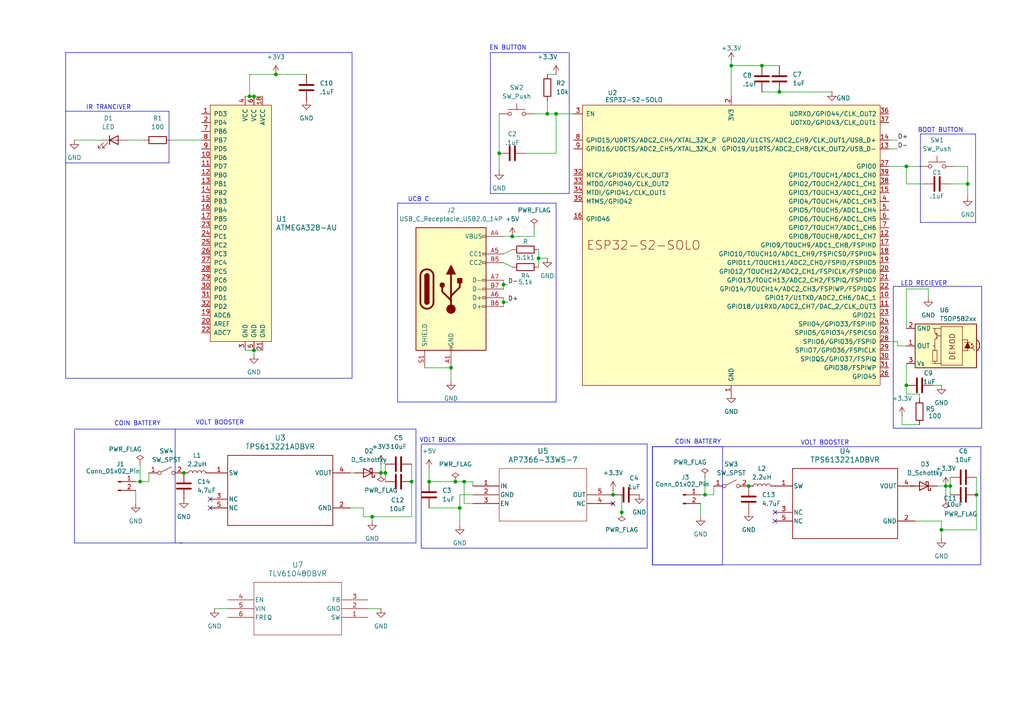
<source format=kicad_sch>
(kicad_sch (version 20231120) (generator "eeschema") (generator_version "8.0")
  (paper "A4")
  (lib_symbols
    (symbol "2024-10-19_05-20-17:TPS613221ADBVR" (pin_names (offset 0.254))
      (property "Reference" "U" (at 0 2.54 0))
      (property "Value" "TPS613221ADBVR" (at 0 0 0))
      (symbol "TPS613221ADBVR_0_1"
        (polyline (pts (xy -15.24 -10.16) (xy 15.24 -10.16)) (stroke (width 0.2032)))
        (polyline (pts (xy -15.24 10.16) (xy -15.24 -10.16)) (stroke (width 0.2032)))
        (polyline (pts (xy 15.24 -10.16) (xy 15.24 10.16)) (stroke (width 0.2032)))
        (polyline (pts (xy 15.24 10.16) (xy -15.24 10.16)) (stroke (width 0.2032)))
        (pin power_in line (at -20.32 5.08 0) (length 5.08) (name "SW") (number "1"))
        (pin power_in line (at 20.32 -5.08 180) (length 5.08) (name "GND") (number "2"))
        (pin unspecified line (at -20.32 -2.54 0) (length 5.08) (name "NC") (number "3"))
        (pin power_in line (at 20.32 5.08 180) (length 5.08) (name "VOUT") (number "4"))
        (pin unspecified line (at -20.32 -5.08 0) (length 5.08) (name "NC") (number "5"))
      )
    )
    (symbol "2024-11-02_21-57-25:TLV61048DBVR" (pin_names (offset 0.254))
      (property "Reference" "U" (at 20.32 10.16 0))
      (property "Value" "TLV61048DBVR" (at 20.32 7.62 0))
      (symbol "TLV61048DBVR_0_1"
        (polyline (pts (xy 7.62 -10.16) (xy 33.02 -10.16)) (stroke (width 0.127)))
        (polyline (pts (xy 7.62 5.08) (xy 7.62 -10.16)) (stroke (width 0.127)))
        (polyline (pts (xy 33.02 -10.16) (xy 33.02 5.08)) (stroke (width 0.127)))
        (polyline (pts (xy 33.02 5.08) (xy 7.62 5.08)) (stroke (width 0.127)))
        (pin power_in line (at 0 0 0) (length 7.62) (name "SW") (number "1"))
        (pin power_out line (at 0 -2.54 0) (length 7.62) (name "GND") (number "2"))
        (pin input line (at 0 -5.08 0) (length 7.62) (name "FB") (number "3"))
        (pin input line (at 40.64 -5.08 180) (length 7.62) (name "EN") (number "4"))
        (pin power_in line (at 40.64 -2.54 180) (length 7.62) (name "VIN") (number "5"))
        (pin input line (at 40.64 0 180) (length 7.62) (name "FREQ") (number "6"))
      )
    )
    (symbol "AP7366-33W5-7:AP7366-33W5-7" (pin_names (offset 0.254))
      (property "Reference" "U" (at 20.32 10.16 0))
      (property "Value" "AP7366-33W5-7" (at 20.32 7.62 0))
      (symbol "AP7366-33W5-7_0_1"
        (polyline (pts (xy 7.62 -10.16) (xy 33.02 -10.16)) (stroke (width 0.127)))
        (polyline (pts (xy 7.62 5.08) (xy 7.62 -10.16)) (stroke (width 0.127)))
        (polyline (pts (xy 33.02 -10.16) (xy 33.02 5.08)) (stroke (width 0.127)))
        (polyline (pts (xy 33.02 5.08) (xy 7.62 5.08)) (stroke (width 0.127)))
        (pin input line (at 0 0 0) (length 7.62) (name "IN") (number "1"))
        (pin power_out line (at 0 -2.54 0) (length 7.62) (name "GND") (number "2"))
        (pin input line (at 0 -5.08 0) (length 7.62) (name "EN") (number "3"))
        (pin no_connect line (at 40.64 -5.08 180) (length 7.62) (name "NC") (number "4"))
        (pin output line (at 40.64 -2.54 180) (length 7.62) (name "OUT") (number "5"))
      )
    )
    (symbol "Connector:Conn_01x02_Pin" (pin_names (offset 1.016) hide)
      (property "Reference" "J" (at 0 2.54 0))
      (property "Value" "Conn_01x02_Pin" (at 0 -5.08 0))
      (symbol "Conn_01x02_Pin_1_1"
        (polyline (pts (xy 1.27 -2.54) (xy 0.8636 -2.54)) (stroke (width 0.1524)))
        (polyline (pts (xy 1.27 0) (xy 0.8636 0)) (stroke (width 0.1524)))
        (rectangle (start 0.8636 -2.413) (end 0 -2.667) (stroke (width 0.1524)) (fill (type outline)))
        (rectangle (start 0.8636 0.127) (end 0 -0.127) (stroke (width 0.1524)) (fill (type outline)))
        (pin passive line (at 5.08 0 180) (length 3.81) (name "Pin_1") (number "1"))
        (pin passive line (at 5.08 -2.54 180) (length 3.81) (name "Pin_2") (number "2"))
      )
    )
    (symbol "Connector:USB_C_Receptacle_USB2.0_14P" (pin_names (offset 1.016))
      (property "Reference" "J" (at 0 22.225 0))
      (property "Value" "USB_C_Receptacle_USB2.0_14P" (at 0 19.685 0))
      (symbol "USB_C_Receptacle_USB2.0_14P_0_0"
        (rectangle (start -0.254 -17.78) (end 0.254 -16.764))
        (rectangle (start 10.16 -4.826) (end 9.144 -5.334))
        (rectangle (start 10.16 -2.286) (end 9.144 -2.794))
        (rectangle (start 10.16 0.254) (end 9.144 -0.254))
        (rectangle (start 10.16 2.794) (end 9.144 2.286))
        (rectangle (start 10.16 7.874) (end 9.144 7.366))
        (rectangle (start 10.16 10.414) (end 9.144 9.906))
        (rectangle (start 10.16 15.494) (end 9.144 14.986))
      )
      (symbol "USB_C_Receptacle_USB2.0_14P_0_1"
        (rectangle (start -10.16 17.78) (end 10.16 -17.78) (stroke (width 0.254)) (fill (type background)))
        (arc (start -8.89 -3.81) (mid -6.985 -5.7067) (end -5.08 -3.81) (stroke (width 0.508)))
        (arc (start -7.62 -3.81) (mid -6.985 -4.4423) (end -6.35 -3.81) (stroke (width 0.254)))
        (arc (start -7.62 -3.81) (mid -6.985 -4.4423) (end -6.35 -3.81) (stroke (width 0.254)) (fill (type outline)))
        (rectangle (start -7.62 -3.81) (end -6.35 3.81) (stroke (width 0.254)) (fill (type outline)))
        (arc (start -6.35 3.81) (mid -6.985 4.4423) (end -7.62 3.81) (stroke (width 0.254)))
        (arc (start -6.35 3.81) (mid -6.985 4.4423) (end -7.62 3.81) (stroke (width 0.254)) (fill (type outline)))
        (arc (start -5.08 3.81) (mid -6.985 5.7067) (end -8.89 3.81) (stroke (width 0.508)))
        (circle (center -2.54 1.143) (radius 0.635) (stroke (width 0.254)) (fill (type outline)))
        (circle (center 0 -5.842) (radius 1.27) (fill (type outline)))
        (polyline (pts (xy -8.89 -3.81) (xy -8.89 3.81)) (stroke (width 0.508)))
        (polyline (pts (xy -5.08 3.81) (xy -5.08 -3.81)) (stroke (width 0.508)))
        (polyline (pts (xy 0 -5.842) (xy 0 4.318)) (stroke (width 0.508)))
        (polyline (pts (xy 0 -3.302) (xy -2.54 -0.762) (xy -2.54 0.508)) (stroke (width 0.508)))
        (polyline (pts (xy 0 -2.032) (xy 2.54 0.508) (xy 2.54 1.778)) (stroke (width 0.508)))
        (polyline (pts (xy -1.27 4.318) (xy 0 6.858) (xy 1.27 4.318) (xy -1.27 4.318)) (stroke (width 0.254)) (fill (type outline)))
        (rectangle (start 1.905 1.778) (end 3.175 3.048) (stroke (width 0.254)) (fill (type outline)))
      )
      (symbol "USB_C_Receptacle_USB2.0_14P_1_1"
        (pin passive line (at 0 -22.86 90) (length 5.08) (name "GND") (number "A1"))
        (pin passive line (at 0 -22.86 90) (length 5.08) hide (name "GND") (number "A12"))
        (pin passive line (at 15.24 15.24 180) (length 5.08) (name "VBUS") (number "A4"))
        (pin bidirectional line (at 15.24 10.16 180) (length 5.08) (name "CC1") (number "A5"))
        (pin bidirectional line (at 15.24 -2.54 180) (length 5.08) (name "D+") (number "A6"))
        (pin bidirectional line (at 15.24 2.54 180) (length 5.08) (name "D-") (number "A7"))
        (pin passive line (at 15.24 15.24 180) (length 5.08) hide (name "VBUS") (number "A9"))
        (pin passive line (at 0 -22.86 90) (length 5.08) hide (name "GND") (number "B1"))
        (pin passive line (at 0 -22.86 90) (length 5.08) hide (name "GND") (number "B12"))
        (pin passive line (at 15.24 15.24 180) (length 5.08) hide (name "VBUS") (number "B4"))
        (pin bidirectional line (at 15.24 7.62 180) (length 5.08) (name "CC2") (number "B5"))
        (pin bidirectional line (at 15.24 -5.08 180) (length 5.08) (name "D+") (number "B6"))
        (pin bidirectional line (at 15.24 0 180) (length 5.08) (name "D-") (number "B7"))
        (pin passive line (at 15.24 15.24 180) (length 5.08) hide (name "VBUS") (number "B9"))
        (pin passive line (at -7.62 -22.86 90) (length 5.08) (name "SHIELD") (number "S1"))
      )
    )
    (symbol "Device:C" (pin_numbers hide) (pin_names (offset 0.254))
      (property "Reference" "C" (at 0.635 2.54 0))
      (property "Value" "C" (at 0.635 -2.54 0))
      (symbol "C_0_1"
        (polyline (pts (xy -2.032 -0.762) (xy 2.032 -0.762)) (stroke (width 0.508)))
        (polyline (pts (xy -2.032 0.762) (xy 2.032 0.762)) (stroke (width 0.508)))
      )
      (symbol "C_1_1"
        (pin passive line (at 0 3.81 270) (length 2.794) (name "~") (number "1"))
        (pin passive line (at 0 -3.81 90) (length 2.794) (name "~") (number "2"))
      )
    )
    (symbol "Device:D_Schottky" (pin_numbers hide) (pin_names (offset 1.016) hide)
      (property "Reference" "D" (at 0 2.54 0))
      (property "Value" "D_Schottky" (at 0 -2.54 0))
      (symbol "D_Schottky_0_1"
        (polyline (pts (xy 1.27 0) (xy -1.27 0)))
        (polyline (pts (xy 1.27 1.27) (xy 1.27 -1.27) (xy -1.27 0) (xy 1.27 1.27)) (stroke (width 0.254)))
        (polyline (pts (xy -1.905 0.635) (xy -1.905 1.27) (xy -1.27 1.27) (xy -1.27 -1.27) (xy -0.635 -1.27) (xy -0.635 -0.635)) (stroke (width 0.254)))
      )
      (symbol "D_Schottky_1_1"
        (pin passive line (at -3.81 0 0) (length 2.54) (name "K") (number "1"))
        (pin passive line (at 3.81 0 180) (length 2.54) (name "A") (number "2"))
      )
    )
    (symbol "Device:L" (pin_numbers hide) (pin_names (offset 1.016) hide)
      (property "Reference" "L" (at -1.27 0 90))
      (property "Value" "L" (at 1.905 0 90))
      (symbol "L_0_1"
        (arc (start 0 -2.54) (mid 0.6323 -1.905) (end 0 -1.27))
        (arc (start 0 -1.27) (mid 0.6323 -0.635) (end 0 0))
        (arc (start 0 0) (mid 0.6323 0.635) (end 0 1.27))
        (arc (start 0 1.27) (mid 0.6323 1.905) (end 0 2.54))
      )
      (symbol "L_1_1"
        (pin passive line (at 0 3.81 270) (length 1.27) (name "1") (number "1"))
        (pin passive line (at 0 -3.81 90) (length 1.27) (name "2") (number "2"))
      )
    )
    (symbol "Device:LED" (pin_numbers hide) (pin_names (offset 1.016) hide)
      (property "Reference" "D" (at 0 2.54 0))
      (property "Value" "LED" (at 0 -2.54 0))
      (symbol "LED_0_1"
        (polyline (pts (xy -1.27 -1.27) (xy -1.27 1.27)) (stroke (width 0.254)))
        (polyline (pts (xy -1.27 0) (xy 1.27 0)))
        (polyline (pts (xy 1.27 -1.27) (xy 1.27 1.27) (xy -1.27 0) (xy 1.27 -1.27)) (stroke (width 0.254)))
        (polyline (pts (xy -3.048 -0.762) (xy -4.572 -2.286) (xy -3.81 -2.286) (xy -4.572 -2.286) (xy -4.572 -1.524)))
        (polyline (pts (xy -1.778 -0.762) (xy -3.302 -2.286) (xy -2.54 -2.286) (xy -3.302 -2.286) (xy -3.302 -1.524)))
      )
      (symbol "LED_1_1"
        (pin passive line (at -3.81 0 0) (length 2.54) (name "K") (number "1"))
        (pin passive line (at 3.81 0 180) (length 2.54) (name "A") (number "2"))
      )
    )
    (symbol "Device:R" (pin_numbers hide) (pin_names (offset 0))
      (property "Reference" "R" (at 2.032 0 90))
      (property "Value" "R" (at 0 0 90))
      (symbol "R_0_1"
        (rectangle (start -1.016 -2.54) (end 1.016 2.54) (stroke (width 0.254)))
      )
      (symbol "R_1_1"
        (pin passive line (at 0 3.81 270) (length 1.27) (name "~") (number "1"))
        (pin passive line (at 0 -3.81 90) (length 1.27) (name "~") (number "2"))
      )
    )
    (symbol "Espressif:ESP32-S2-SOLO" (pin_names (offset 1.016))
      (property "Reference" "U" (at -43.18 45.72 0))
      (property "Value" "ESP32-S2-SOLO" (at -43.18 43.18 0))
      (symbol "ESP32-S2-SOLO_0_1"
        (rectangle (start -43.18 40.64) (end 43.18 -40.64) (fill (type background)))
      )
      (symbol "ESP32-S2-SOLO_1_1"
        (text "ESP32-S2-SOLO" (at -25.4 0 0) (effects (font (size 2.54 2.54))))
        (pin power_in line (at 0 -43.18 90) (length 2.54) (name "GND") (number "1"))
        (pin bidirectional line (at 45.72 -15.24 180) (length 2.54) (name "GPIO17/U1TXD/ADC2_CH6/DAC_1") (number "10"))
        (pin bidirectional line (at 45.72 -17.78 180) (length 2.54) (name "GPIO18/U1RXD/ADC2_CH7/DAC_2/CLK_OUT3") (number "11"))
        (pin bidirectional line (at 45.72 2.54 180) (length 2.54) (name "GPIO8/TOUCH8/ADC1_CH7") (number "12"))
        (pin bidirectional line (at 45.72 27.94 180) (length 2.54) (name "GPIO19/U1RTS/ADC2_CH8/CLK_OUT2/USB_D-") (number "13"))
        (pin bidirectional line (at 45.72 30.48 180) (length 2.54) (name "GPIO20/U1CTS/ADC2_CH9/CLK_OUT1/USB_D+") (number "14"))
        (pin bidirectional line (at 45.72 15.24 180) (length 2.54) (name "GPIO3/TOUCH3/ADC1_CH2") (number "15"))
        (pin input line (at -45.72 7.62 0) (length 2.54) (name "GPIO46") (number "16"))
        (pin bidirectional line (at 45.72 0 180) (length 2.54) (name "GPIO9/TOUCH9/ADC1_CH8/FSPIHD") (number "17"))
        (pin bidirectional line (at 45.72 -2.54 180) (length 2.54) (name "GPIO10/TOUCH10/ADC1_CH9/FSPICS0/FSPIIO4") (number "18"))
        (pin bidirectional line (at 45.72 -5.08 180) (length 2.54) (name "GPIO11/TOUCH11/ADC2_CH0/FSPID/FSPIIO5") (number "19"))
        (pin power_in line (at 0 43.18 270) (length 2.54) (name "3V3") (number "2"))
        (pin bidirectional line (at 45.72 -7.62 180) (length 2.54) (name "GPIO12/TOUCH12/ADC2_CH1/FSPICLK/FSPIIO6") (number "20"))
        (pin bidirectional line (at 45.72 -10.16 180) (length 2.54) (name "GPIO13/TOUCH13/ADC2_CH2/FSPIQ/FSPIIO7") (number "21"))
        (pin bidirectional line (at 45.72 -12.7 180) (length 2.54) (name "GPIO14/TOUCH14/ADC2_CH3/FSPIWP/FSPIDQS") (number "22"))
        (pin bidirectional line (at 45.72 -20.32 180) (length 2.54) (name "GPIO21") (number "23"))
        (pin bidirectional line (at 45.72 -22.86 180) (length 2.54) (name "SPIIO4/GPIO33/FSPIHD") (number "24"))
        (pin bidirectional line (at 45.72 -25.4 180) (length 2.54) (name "SPIIO5/GPIO34/FSPICS0") (number "25"))
        (pin bidirectional line (at 45.72 -38.1 180) (length 2.54) (name "GPIO45") (number "26"))
        (pin bidirectional line (at 45.72 22.86 180) (length 2.54) (name "GPIO0") (number "27"))
        (pin bidirectional line (at 45.72 -27.94 180) (length 2.54) (name "SPIIO6/GPIO35/FSPID") (number "28"))
        (pin bidirectional line (at 45.72 -30.48 180) (length 2.54) (name "SPIIO7/GPIO36/FSPICLK") (number "29"))
        (pin bidirectional line (at -45.72 38.1 0) (length 2.54) (name "EN") (number "3"))
        (pin bidirectional line (at 45.72 -33.02 180) (length 2.54) (name "SPIDQS/GPIO37/FSPIQ") (number "30"))
        (pin bidirectional line (at 45.72 -35.56 180) (length 2.54) (name "GPIO38/FSPIWP") (number "31"))
        (pin bidirectional line (at -45.72 20.32 0) (length 2.54) (name "MTCK/GPIO39/CLK_OUT3") (number "32"))
        (pin bidirectional line (at -45.72 17.78 0) (length 2.54) (name "MTDO/GPIO40/CLK_OUT2") (number "33"))
        (pin bidirectional line (at -45.72 15.24 0) (length 2.54) (name "MTDI/GPIO41/CLK_OUT1") (number "34"))
        (pin bidirectional line (at -45.72 12.7 0) (length 2.54) (name "MTMS/GPIO42") (number "35"))
        (pin bidirectional line (at 45.72 38.1 180) (length 2.54) (name "U0RXD/GPIO44/CLK_OUT2") (number "36"))
        (pin bidirectional line (at 45.72 35.56 180) (length 2.54) (name "U0TXD/GPIO43/CLK_OUT1") (number "37"))
        (pin bidirectional line (at 45.72 17.78 180) (length 2.54) (name "GPIO2/TOUCH2/ADC1_CH1") (number "38"))
        (pin bidirectional line (at 45.72 20.32 180) (length 2.54) (name "GPIO1/TOUCH1/ADC1_CH0") (number "39"))
        (pin bidirectional line (at 45.72 12.7 180) (length 2.54) (name "GPIO4/TOUCH4/ADC1_CH3") (number "4"))
        (pin passive line (at 0 -43.18 90) (length 2.54) hide (name "GND") (number "40"))
        (pin passive line (at 0 -43.18 90) (length 2.54) hide (name "GND") (number "41"))
        (pin bidirectional line (at 45.72 10.16 180) (length 2.54) (name "GPIO5/TOUCH5/ADC1_CH4") (number "5"))
        (pin bidirectional line (at 45.72 7.62 180) (length 2.54) (name "GPIO6/TOUCH6/ADC1_CH5") (number "6"))
        (pin bidirectional line (at 45.72 5.08 180) (length 2.54) (name "GPIO7/TOUCH7/ADC1_CH6") (number "7"))
        (pin bidirectional line (at -45.72 30.48 0) (length 2.54) (name "GPIO15/U0RTS/ADC2_CH4/XTAL_32K_P") (number "8"))
        (pin bidirectional line (at -45.72 27.94 0) (length 2.54) (name "GPIO16/U0CTS/ADC2_CH5/XTAL_32K_N") (number "9"))
      )
    )
    (symbol "Interface_Optical:TSOP582xx"
      (property "Reference" "U" (at -10.16 7.62 0))
      (property "Value" "TSOP582xx" (at -10.16 -7.62 0))
      (symbol "TSOP582xx_0_0"
        (arc (start -10.287 1.397) (mid -11.0899 -0.1852) (end -10.287 -1.778) (stroke (width 0.254)) (fill (type background)))
        (polyline (pts (xy 1.905 -5.08) (xy 0.127 -5.08)))
        (polyline (pts (xy 1.905 5.08) (xy 0.127 5.08)))
        (text "DEMOD" (at -3.175 0.254 900) (effects (font (size 1.524 1.524))))
      )
      (symbol "TSOP582xx_0_1"
        (rectangle (start -6.096 5.588) (end 0.127 -5.588))
        (polyline (pts (xy -8.763 0.381) (xy -9.652 1.27)))
        (polyline (pts (xy -8.763 0.381) (xy -9.271 0.381)))
        (polyline (pts (xy -8.763 0.381) (xy -8.763 0.889)))
        (polyline (pts (xy -8.636 -0.635) (xy -9.525 0.254)))
        (polyline (pts (xy -8.636 -0.635) (xy -9.144 -0.635)))
        (polyline (pts (xy -8.636 -0.635) (xy -8.636 -0.127)))
        (polyline (pts (xy -8.382 -1.016) (xy -6.731 -1.016)))
        (polyline (pts (xy 1.27 -2.921) (xy 0.127 -2.921)))
        (polyline (pts (xy 1.27 -1.905) (xy 1.27 -3.81)))
        (polyline (pts (xy 1.397 -3.556) (xy 1.524 -3.556)))
        (polyline (pts (xy 1.651 -3.556) (xy 1.524 -3.556)))
        (polyline (pts (xy 1.651 -3.556) (xy 1.651 -3.302)))
        (polyline (pts (xy 1.905 0) (xy 1.905 1.27)))
        (polyline (pts (xy 1.905 4.445) (xy 1.905 5.08) (xy 2.54 5.08)))
        (polyline (pts (xy -8.382 0.635) (xy -6.731 0.635) (xy -7.62 -1.016) (xy -8.382 0.635)) (fill (type outline)))
        (polyline (pts (xy -6.096 1.397) (xy -7.62 1.397) (xy -7.62 -1.778) (xy -6.096 -1.778)))
        (polyline (pts (xy 1.27 -3.175) (xy 1.905 -3.81) (xy 1.905 -5.08) (xy 2.54 -5.08)))
        (polyline (pts (xy 1.27 -2.54) (xy 1.905 -1.905) (xy 1.905 0) (xy 2.54 0)))
        (rectangle (start 2.54 1.27) (end 1.27 4.445))
        (rectangle (start 7.62 6.35) (end -10.16 -6.35) (stroke (width 0.254)) (fill (type background)))
      )
      (symbol "TSOP582xx_1_1"
        (pin output line (at 10.16 0 180) (length 2.54) (name "OUT") (number "1"))
        (pin power_in line (at 10.16 -5.08 180) (length 2.54) (name "GND") (number "2"))
        (pin power_in line (at 10.16 5.08 180) (length 2.54) (name "Vs") (number "3"))
      )
    )
    (symbol "Switch:SW_Push" (pin_numbers hide) (pin_names (offset 1.016) hide)
      (property "Reference" "SW" (at 1.27 2.54 0))
      (property "Value" "SW_Push" (at 0 -1.524 0))
      (symbol "SW_Push_0_1"
        (circle (center -2.032 0) (radius 0.508))
        (polyline (pts (xy 0 1.27) (xy 0 3.048)))
        (polyline (pts (xy 2.54 1.27) (xy -2.54 1.27)))
        (circle (center 2.032 0) (radius 0.508))
        (pin passive line (at -5.08 0 0) (length 2.54) (name "1") (number "1"))
        (pin passive line (at 5.08 0 180) (length 2.54) (name "2") (number "2"))
      )
    )
    (symbol "Switch:SW_SPST" (pin_names (offset 0) hide)
      (property "Reference" "SW" (at 0 3.175 0))
      (property "Value" "SW_SPST" (at 0 -2.54 0))
      (symbol "SW_SPST_0_0"
        (circle (center -2.032 0) (radius 0.508))
        (polyline (pts (xy -1.524 0.254) (xy 1.524 1.778)))
        (circle (center 2.032 0) (radius 0.508))
      )
      (symbol "SW_SPST_1_1"
        (pin passive line (at -5.08 0 0) (length 2.54) (name "A") (number "1"))
        (pin passive line (at 5.08 0 180) (length 2.54) (name "B") (number "2"))
      )
    )
    (symbol "dk_Embedded-Microcontrollers:ATMEGA328-AU" (pin_names (offset 1.016))
      (property "Reference" "U" (at -10.16 13.97 0))
      (property "Value" "ATMEGA328-AU" (at 2.54 -25.4 90))
      (symbol "ATMEGA328-AU_0_1"
        (rectangle (start -10.16 12.7) (end 7.62 -55.88) (fill (type background)))
      )
      (symbol "ATMEGA328-AU_1_1"
        (pin bidirectional line (at -12.7 10.16 0) (length 2.54) (name "PD3") (number "1"))
        (pin bidirectional line (at -12.7 -2.54 0) (length 2.54) (name "PD6") (number "10"))
        (pin bidirectional line (at -12.7 -5.08 0) (length 2.54) (name "PD7") (number "11"))
        (pin bidirectional line (at -12.7 -7.62 0) (length 2.54) (name "PB0") (number "12"))
        (pin bidirectional line (at -12.7 -10.16 0) (length 2.54) (name "PB1") (number "13"))
        (pin bidirectional line (at -12.7 -12.7 0) (length 2.54) (name "PB2") (number "14"))
        (pin bidirectional line (at -12.7 -15.24 0) (length 2.54) (name "PB3") (number "15"))
        (pin bidirectional line (at -12.7 -17.78 0) (length 2.54) (name "PB4") (number "16"))
        (pin bidirectional line (at -12.7 -20.32 0) (length 2.54) (name "PB5") (number "17"))
        (pin power_in line (at 5.08 15.24 270) (length 2.54) (name "AVCC") (number "18"))
        (pin bidirectional line (at -12.7 -48.26 0) (length 2.54) (name "ADC6") (number "19"))
        (pin bidirectional line (at -12.7 7.62 0) (length 2.54) (name "PD4") (number "2"))
        (pin input line (at -12.7 -50.8 0) (length 2.54) (name "AREF") (number "20"))
        (pin power_in line (at 5.08 -58.42 90) (length 2.54) (name "GND") (number "21"))
        (pin bidirectional line (at -12.7 -53.34 0) (length 2.54) (name "ADC7") (number "22"))
        (pin bidirectional line (at -12.7 -22.86 0) (length 2.54) (name "PC0") (number "23"))
        (pin bidirectional line (at -12.7 -25.4 0) (length 2.54) (name "PC1") (number "24"))
        (pin bidirectional line (at -12.7 -27.94 0) (length 2.54) (name "PC2") (number "25"))
        (pin input line (at -12.7 -30.48 0) (length 2.54) (name "PC3") (number "26"))
        (pin input line (at -12.7 -33.02 0) (length 2.54) (name "PC4") (number "27"))
        (pin input line (at -12.7 -35.56 0) (length 2.54) (name "PC5") (number "28"))
        (pin input line (at -12.7 -38.1 0) (length 2.54) (name "PC6") (number "29"))
        (pin power_in line (at 0 -58.42 90) (length 2.54) (name "GND") (number "3"))
        (pin input line (at -12.7 -40.64 0) (length 2.54) (name "PD0") (number "30"))
        (pin input line (at -12.7 -43.18 0) (length 2.54) (name "PD1") (number "31"))
        (pin input line (at -12.7 -45.72 0) (length 2.54) (name "PD2") (number "32"))
        (pin power_in line (at 0 15.24 270) (length 2.54) (name "VCC") (number "4"))
        (pin power_in line (at 2.54 -58.42 90) (length 2.54) (name "GND") (number "5"))
        (pin power_in line (at 2.54 15.24 270) (length 2.54) (name "VCC") (number "6"))
        (pin bidirectional line (at -12.7 5.08 0) (length 2.54) (name "PB6") (number "7"))
        (pin bidirectional line (at -12.7 2.54 0) (length 2.54) (name "PB7") (number "8"))
        (pin bidirectional line (at -12.7 0 0) (length 2.54) (name "PD5") (number "9"))
      )
    )
    (symbol "power:+3.3V" (power) (pin_numbers hide) (pin_names (offset 0) hide)
      (property "Value" "+3.3V" (at 0 3.556 0))
      (symbol "+3.3V_0_1"
        (polyline (pts (xy -0.762 1.27) (xy 0 2.54)))
        (polyline (pts (xy 0 0) (xy 0 2.54)))
        (polyline (pts (xy 0 2.54) (xy 0.762 1.27)))
      )
      (symbol "+3.3V_1_1"
        (pin power_in line (at 0 0 90) (length 0) (name "~") (number "1"))
      )
    )
    (symbol "power:+3V3" (power) (pin_numbers hide) (pin_names (offset 0) hide)
      (property "Value" "+3V3" (at 0 3.556 0))
      (symbol "+3V3_0_1"
        (polyline (pts (xy -0.762 1.27) (xy 0 2.54)))
        (polyline (pts (xy 0 0) (xy 0 2.54)))
        (polyline (pts (xy 0 2.54) (xy 0.762 1.27)))
      )
      (symbol "+3V3_1_1"
        (pin power_in line (at 0 0 90) (length 0) (name "~") (number "1"))
      )
    )
    (symbol "power:+5V" (power) (pin_numbers hide) (pin_names (offset 0) hide)
      (property "Value" "+5V" (at 0 3.556 0))
      (symbol "+5V_0_1"
        (polyline (pts (xy -0.762 1.27) (xy 0 2.54)))
        (polyline (pts (xy 0 0) (xy 0 2.54)))
        (polyline (pts (xy 0 2.54) (xy 0.762 1.27)))
      )
      (symbol "+5V_1_1"
        (pin power_in line (at 0 0 90) (length 0) (name "~") (number "1"))
      )
    )
    (symbol "power:GND" (power) (pin_numbers hide) (pin_names (offset 0) hide)
      (property "Value" "GND" (at 0 -3.81 0))
      (symbol "GND_0_1"
        (polyline (pts (xy 0 0) (xy 0 -1.27) (xy 1.27 -1.27) (xy 0 -2.54) (xy -1.27 -1.27) (xy 0 -1.27)))
      )
      (symbol "GND_1_1"
        (pin power_in line (at 0 0 270) (length 0) (name "~") (number "1"))
      )
    )
    (symbol "power:PWR_FLAG" (power) (pin_numbers hide) (pin_names (offset 0) hide)
      (property "Value" "PWR_FLAG" (at 0 3.81 0))
      (symbol "PWR_FLAG_0_0"
        (pin power_out line (at 0 0 90) (length 0) (name "~") (number "1"))
      )
      (symbol "PWR_FLAG_0_1"
        (polyline (pts (xy 0 0) (xy 0 1.27) (xy -1.016 1.905) (xy 0 2.54) (xy 1.016 1.905) (xy 0 1.27)))
      )
    )
  )
  (junction (at 226.06 26.67))
  (junction (at 273.05 153.67))
  (junction (at 177.8 143.51))
  (junction (at 180.34 148.59))
  (junction (at 132.08 139.7))
  (junction (at 124.46 139.7))
  (junction (at 130.81 106.68))
  (junction (at 204.47 143.51))
  (junction (at 107.95 149.86))
  (junction (at 110.49 137.16))
  (junction (at 212.09 19.05))
  (junction (at 73.66 27.94))
  (junction (at 40.64 139.7))
  (junction (at 111.76 137.16))
  (junction (at 283.21 143.51))
  (junction (at 73.66 101.6))
  (junction (at 134.62 139.7))
  (junction (at 274.32 140.97))
  (junction (at 275.59 140.97))
  (junction (at 119.38 139.7))
  (junction (at 146.05 87.63))
  (junction (at 262.89 48.26))
  (junction (at 217.17 140.97))
  (junction (at 280.67 53.34))
  (junction (at 144.78 44.45))
  (junction (at 148.59 68.58))
  (junction (at 53.34 137.16))
  (junction (at 158.75 33.02))
  (junction (at 262.89 111.76))
  (junction (at 133.35 147.32))
  (junction (at 161.29 33.02))
  (junction (at 72.39 27.94))
  (junction (at 80.01 21.59))
  (junction (at 220.98 19.05))
  (junction (at 156.21 74.93))
  (junction (at 146.05 82.55))
  (no_connect (at 224.79 148.59))
  (no_connect (at 177.8 146.05))
  (no_connect (at 60.96 147.32))
  (no_connect (at 60.96 144.78))
  (no_connect (at 224.79 151.13))
  (wire (pts (xy 146.05 68.58) (xy 148.59 68.58)))
  (wire (pts (xy 144.78 33.02) (xy 144.78 44.45)))
  (wire (pts (xy 105.41 147.32) (xy 105.41 149.86)))
  (wire (pts (xy 133.35 143.51) (xy 133.35 147.32)))
  (wire (pts (xy 39.37 139.7) (xy 40.64 139.7)))
  (wire (pts (xy 177.8 143.51) (xy 177.8 142.24)))
  (polyline (pts (xy 259.08 124.206) (xy 284.734 124.206)))
  (wire (pts (xy 73.66 27.94) (xy 76.2 27.94)))
  (wire (pts (xy 266.7 123.19) (xy 261.62 123.19)))
  (wire (pts (xy 274.32 140.97) (xy 274.32 144.78)))
  (wire (pts (xy 21.59 40.64) (xy 29.21 40.64)))
  (wire (pts (xy 72.39 27.94) (xy 72.39 21.59)))
  (wire (pts (xy 212.09 19.05) (xy 212.09 27.94)))
  (wire (pts (xy 180.34 149.86) (xy 180.34 148.59)))
  (wire (pts (xy 134.62 139.7) (xy 137.16 139.7)))
  (wire (pts (xy 154.94 68.58) (xy 154.94 66.04)))
  (wire (pts (xy 123.19 106.68) (xy 130.81 106.68)))
  (wire (pts (xy 270.51 111.76) (xy 273.05 111.76)))
  (polyline (pts (xy 164.846 15.24) (xy 142.24 15.24)))
  (wire (pts (xy 267.97 53.34) (xy 262.89 53.34)))
  (wire (pts (xy 220.98 26.67) (xy 226.06 26.67)))
  (wire (pts (xy 71.12 27.94) (xy 72.39 27.94)))
  (polyline (pts (xy 50.8 124.46) (xy 50.8 157.48)))
  (wire (pts (xy 271.78 140.97) (xy 274.32 140.97)))
  (wire (pts (xy 71.12 101.6) (xy 73.66 101.6)))
  (polyline (pts (xy 21.59 157.48) (xy 52.832 157.48)))
  (polyline (pts (xy 19.05 15.24) (xy 19.05 109.728)))
  (polyline (pts (xy 142.24 15.24) (xy 142.24 56.134)))
  (wire (pts (xy 119.38 149.86) (xy 107.95 149.86)))
  (wire (pts (xy 158.75 74.93) (xy 156.21 74.93)))
  (wire (pts (xy 180.34 148.59) (xy 180.34 143.51)))
  (wire (pts (xy 203.2 143.51) (xy 204.47 143.51)))
  (wire (pts (xy 207.01 143.51) (xy 207.01 140.97)))
  (polyline (pts (xy 259.08 83.058) (xy 284.734 83.058)))
  (wire (pts (xy 137.16 143.51) (xy 133.35 143.51)))
  (wire (pts (xy 105.41 149.86) (xy 107.95 149.86)))
  (wire (pts (xy 130.81 110.49) (xy 130.81 106.68)))
  (wire (pts (xy 260.35 99.06) (xy 257.81 99.06)))
  (polyline (pts (xy 19.05 109.728) (xy 102.108 109.728)))
  (wire (pts (xy 273.05 153.67) (xy 273.05 156.21)))
  (wire (pts (xy 161.29 44.45) (xy 161.29 33.02)))
  (wire (pts (xy 148.59 68.58) (xy 154.94 68.58)))
  (wire (pts (xy 154.94 33.02) (xy 158.75 33.02)))
  (polyline (pts (xy 284.734 83.058) (xy 284.734 124.206)))
  (wire (pts (xy 152.4 44.45) (xy 161.29 44.45)))
  (wire (pts (xy 262.89 53.34) (xy 262.89 48.26)))
  (polyline (pts (xy 142.24 56.134) (xy 165.1 56.134)))
  (wire (pts (xy 260.35 100.33) (xy 260.35 99.06)))
  (wire (pts (xy 76.2 101.6) (xy 73.66 101.6)))
  (wire (pts (xy 269.24 83.82) (xy 269.24 86.36)))
  (wire (pts (xy 257.81 48.26) (xy 262.89 48.26)))
  (polyline (pts (xy 187.706 159.004) (xy 122.174 159.004)))
  (wire (pts (xy 260.35 40.64) (xy 257.81 40.64)))
  (wire (pts (xy 283.21 138.43) (xy 283.21 143.51)))
  (wire (pts (xy 134.62 146.05) (xy 137.16 146.05)))
  (wire (pts (xy 101.6 137.16) (xy 102.87 137.16)))
  (wire (pts (xy 110.49 134.62) (xy 110.49 137.16)))
  (wire (pts (xy 146.05 76.2) (xy 148.59 77.47)))
  (wire (pts (xy 124.46 135.89) (xy 124.46 139.7)))
  (wire (pts (xy 275.59 140.97) (xy 274.32 140.97)))
  (wire (pts (xy 137.16 139.7) (xy 137.16 140.97)))
  (wire (pts (xy 107.95 149.86) (xy 107.95 151.13)))
  (wire (pts (xy 204.47 138.43) (xy 204.47 143.51)))
  (wire (pts (xy 266.7 114.3) (xy 266.7 115.57)))
  (wire (pts (xy 39.37 142.24) (xy 39.37 146.05)))
  (wire (pts (xy 283.21 153.67) (xy 273.05 153.67)))
  (wire (pts (xy 158.75 29.21) (xy 158.75 33.02)))
  (wire (pts (xy 226.06 19.05) (xy 220.98 19.05)))
  (wire (pts (xy 280.67 48.26) (xy 280.67 53.34)))
  (wire (pts (xy 105.41 147.32) (xy 101.6 147.32)))
  (polyline (pts (xy 266.954 38.862) (xy 282.956 38.862)))
  (wire (pts (xy 111.76 134.62) (xy 111.76 137.16)))
  (wire (pts (xy 132.08 139.7) (xy 134.62 139.7)))
  (wire (pts (xy 80.01 21.59) (xy 88.9 21.59)))
  (wire (pts (xy 158.75 33.02) (xy 161.29 33.02)))
  (wire (pts (xy 146.05 73.66) (xy 148.59 72.39)))
  (wire (pts (xy 212.09 17.78) (xy 212.09 19.05)))
  (wire (pts (xy 111.76 137.16) (xy 111.76 139.7)))
  (wire (pts (xy 36.83 40.64) (xy 41.91 40.64)))
  (polyline (pts (xy 259.08 124.206) (xy 259.08 83.058)))
  (polyline (pts (xy 21.59 124.46) (xy 50.8 124.46)))
  (wire (pts (xy 119.38 139.7) (xy 119.38 149.86)))
  (polyline (pts (xy 49.022 47.244) (xy 19.05 47.244)))
  (wire (pts (xy 161.29 33.02) (xy 166.37 33.02)))
  (polyline (pts (xy 21.59 124.714) (xy 21.59 157.48)))
  (polyline (pts (xy 102.108 15.24) (xy 102.108 109.728)))
  (wire (pts (xy 280.67 57.15) (xy 280.67 53.34)))
  (wire (pts (xy 262.89 114.3) (xy 262.89 111.76)))
  (polyline (pts (xy 120.65 157.48) (xy 120.65 124.46)))
  (polyline (pts (xy 266.954 64.516) (xy 282.956 64.516)))
  (wire (pts (xy 106.68 176.53) (xy 110.49 176.53)))
  (wire (pts (xy 62.23 176.53) (xy 66.04 176.53)))
  (wire (pts (xy 275.59 140.97) (xy 275.59 143.51)))
  (polyline (pts (xy 122.174 128.778) (xy 122.174 159.004)))
  (polyline (pts (xy 161.29 116.586) (xy 115.316 116.586)))
  (polyline (pts (xy 52.07 157.48) (xy 120.65 157.48)))
  (polyline (pts (xy 161.29 58.928) (xy 161.29 116.586)))
  (wire (pts (xy 262.89 48.26) (xy 266.7 48.26)))
  (wire (pts (xy 124.46 139.7) (xy 132.08 139.7)))
  (wire (pts (xy 266.7 114.3) (xy 262.89 114.3)))
  (wire (pts (xy 275.59 138.43) (xy 275.59 140.97)))
  (wire (pts (xy 241.3 26.67) (xy 226.06 26.67)))
  (wire (pts (xy 134.62 139.7) (xy 134.62 146.05)))
  (wire (pts (xy 220.98 19.05) (xy 212.09 19.05)))
  (polyline (pts (xy 266.954 38.862) (xy 266.954 64.516)))
  (wire (pts (xy 180.34 143.51) (xy 177.8 143.51)))
  (wire (pts (xy 158.75 21.59) (xy 161.29 21.59)))
  (wire (pts (xy 203.2 146.05) (xy 203.2 149.86)))
  (polyline (pts (xy 102.108 15.24) (xy 19.05 15.24)))
  (polyline (pts (xy 282.956 64.516) (xy 282.956 38.862)))
  (wire (pts (xy 273.05 151.13) (xy 273.05 153.67)))
  (wire (pts (xy 49.53 40.64) (xy 58.42 40.64)))
  (wire (pts (xy 262.89 83.82) (xy 269.24 83.82)))
  (wire (pts (xy 40.64 139.7) (xy 43.18 139.7)))
  (wire (pts (xy 133.35 147.32) (xy 133.35 152.4)))
  (wire (pts (xy 146.05 81.28) (xy 146.05 82.55)))
  (polyline (pts (xy 115.316 58.928) (xy 161.29 58.928)))
  (wire (pts (xy 124.46 147.32) (xy 133.35 147.32)))
  (polyline (pts (xy 187.706 128.778) (xy 187.706 159.004)))
  (wire (pts (xy 73.66 102.87) (xy 73.66 101.6)))
  (wire (pts (xy 146.05 87.63) (xy 146.05 88.9)))
  (wire (pts (xy 276.86 48.26) (xy 280.67 48.26)))
  (wire (pts (xy 204.47 143.51) (xy 207.01 143.51)))
  (wire (pts (xy 119.38 134.62) (xy 119.38 139.7)))
  (wire (pts (xy 275.59 53.34) (xy 280.67 53.34)))
  (wire (pts (xy 261.62 120.65) (xy 261.62 123.19)))
  (wire (pts (xy 283.21 143.51) (xy 283.21 153.67)))
  (polyline (pts (xy 19.05 32.258) (xy 49.022 32.258)))
  (wire (pts (xy 146.05 87.63) (xy 147.32 87.63)))
  (wire (pts (xy 156.21 72.39) (xy 156.21 74.93)))
  (wire (pts (xy 262.89 95.25) (xy 262.89 83.82)))
  (wire (pts (xy 273.05 151.13) (xy 265.43 151.13)))
  (wire (pts (xy 111.76 137.16) (xy 110.49 137.16)))
  (wire (pts (xy 262.89 100.33) (xy 260.35 100.33)))
  (polyline (pts (xy 115.316 116.586) (xy 115.316 58.928)))
  (wire (pts (xy 156.21 74.93) (xy 156.21 77.47)))
  (wire (pts (xy 144.78 44.45) (xy 144.78 49.53)))
  (wire (pts (xy 40.64 134.62) (xy 40.64 139.7)))
  (polyline (pts (xy 122.428 128.778) (xy 187.706 128.778)))
  (wire (pts (xy 43.18 139.7) (xy 43.18 137.16)))
  (wire (pts (xy 260.35 43.18) (xy 257.81 43.18)))
  (wire (pts (xy 264.16 140.97) (xy 265.43 140.97)))
  (wire (pts (xy 146.05 82.55) (xy 146.05 83.82)))
  (wire (pts (xy 262.89 105.41) (xy 262.89 111.76)))
  (wire (pts (xy 146.05 82.55) (xy 147.32 82.55)))
  (polyline (pts (xy 120.65 124.46) (xy 50.8 124.46)))
  (wire (pts (xy 72.39 27.94) (xy 73.66 27.94)))
  (wire (pts (xy 146.05 86.36) (xy 146.05 87.63)))
  (polyline (pts (xy 49.022 32.258) (xy 49.022 47.244)))
  (wire (pts (xy 72.39 21.59) (xy 80.01 21.59)))
  (polyline (pts (xy 165.1 15.24) (xy 165.1 56.134)))
  (rectangle (start 189.23 129.54) (end 209.55 163.83))
  (rectangle (start 189.23 129.54) (end 284.48 163.83))
  (text "COIN BATTERY\n" (at 202.438 128.27 0) (effects (font (size 1.27 1.27))))
  (text "BOOT BUTTON\n" (at 272.796 37.846 0) (effects (font (size 1.27 1.27))))
  (text "VOLT BOOSTER\n" (at 239.268 128.524 0) (effects (font (size 1.27 1.27))))
  (text "VOLT BUCK\n" (at 127 127.762 0) (effects (font (size 1.27 1.27))))
  (text "EN BUTTON\n" (at 147.32 13.97 0) (effects (font (size 1.27 1.27))))
  (text "IR TRANCIVER\n" (at 31.496 31.242 0) (effects (font (size 1.27 1.27))))
  (text "LED RECIEVER\n" (at 267.97 82.296 0) (effects (font (size 1.27 1.27))))
  (text "COIN BATTERY\n" (at 39.878 122.936 0) (effects (font (size 1.27 1.27))))
  (text "VOLT BOOSTER\n" (at 63.754 122.682 0) (effects (font (size 1.27 1.27))))
  (text "UCB C\n" (at 121.412 57.912 0) (effects (font (size 1.27 1.27))))
  (label "D-" (at 147.32 82.55 0))
  (label "D-" (at 260.35 43.18 0))
  (label "D+" (at 147.32 87.63 0))
  (label "D+" (at 260.35 40.64 0))
  (symbol (lib_id "power:+5V") (at 124.46 135.89 0) (unit 1)
    (property "Reference" "#PWR012" (effects (hide yes)))
    (property "Value" "+5V" (at 124.46 130.81 0))
    (property "Description" "Power symbol creates a global label with name \"+5V\"" (effects (hide yes)))
  )
  (symbol (lib_id "Device:C") (at 226.06 22.86 0) (unit 1)
    (property "Reference" "C7" (at 229.87 21.5899 0) (effects (justify left)))
    (property "Value" "1uF" (at 229.87 24.1299 0) (effects (justify left)))
    (property "Footprint" "Capacitor_SMD:C_0805_2012Metric" (effects (hide yes)))
    (property "Description" "Unpolarized capacitor" (effects (hide yes)))
  )
  (symbol (lib_id "Device:C") (at 124.46 143.51 0) (unit 1)
    (property "Reference" "C3" (at 128.27 142.2399 0) (effects (justify left)))
    (property "Value" "1uF" (at 128.27 144.7799 0) (effects (justify left)))
    (property "Footprint" "Capacitor_SMD:C_0805_2012Metric" (effects (hide yes)))
    (property "Description" "Unpolarized capacitor" (effects (hide yes)))
  )
  (symbol (lib_id "power:PWR_FLAG") (at 180.34 148.59 180) (unit 1)
    (property "Reference" "#FLG05" (effects (hide yes)))
    (property "Value" "PWR_FLAG" (at 180.34 153.67 0))
    (property "Description" "Special symbol for telling ERC where power comes from" (effects (hide yes)))
  )
  (symbol (lib_id "Device:L") (at 57.15 137.16 90) (unit 1)
    (property "Reference" "L1" (at 57.15 132.08 90))
    (property "Value" "2.2uH" (at 57.15 134.62 90))
    (property "Footprint" "Inductor_SMD:L_0805_2012Metric" (effects (hide yes)))
    (property "Description" "Inductor" (effects (hide yes)))
  )
  (symbol (lib_id "Device:D_Schottky") (at 106.68 137.16 180) (unit 1)
    (property "Reference" "D2" (at 106.9975 130.81 0))
    (property "Value" "D_Schottky" (at 106.9975 133.35 0))
    (property "Footprint" "Diode_SMD:D_3220_8050Metric" (effects (hide yes)))
    (property "Description" "Schottky diode" (effects (hide yes)))
  )
  (symbol (lib_id "power:GND") (at 88.9 29.21 0) (unit 1)
    (property "Reference" "#PWR025" (effects (hide yes)))
    (property "Value" "GND" (at 88.9 34.29 0))
    (property "Description" "Power symbol creates a global label with name \"GND\" , ground" (effects (hide yes)))
  )
  (symbol (lib_id "power:GND") (at 130.81 110.49 0) (unit 1)
    (property "Reference" "#PWR05" (effects (hide yes)))
    (property "Value" "GND" (at 130.81 115.57 0))
    (property "Description" "Power symbol creates a global label with name \"GND\" , ground" (effects (hide yes)))
  )
  (symbol (lib_id "Connector:Conn_01x02_Pin") (at 198.12 143.51 0) (unit 1)
    (property "Reference" "J3" (at 198.755 138.43 0))
    (property "Value" "Conn_01x02_Pin" (at 197.866 140.462 0))
    (property "Description" "Generic connector, single row, 01x02, script generated" (effects (hide yes)))
  )
  (symbol (lib_id "Interface_Optical:TSOP582xx") (at 273.05 100.33 180) (unit 1)
    (property "Reference" "U6" (at 272.542 89.916 0) (effects (justify right)))
    (property "Value" "TSOP582xx" (at 272.542 92.456 0) (effects (justify right)))
    (property "Footprint" "OptoDevice:Vishay_MINICAST-3Pin" (effects (hide yes)))
    (property "Datasheet" "http://www.vishay.com/docs/82461/tsop582.pdf" (effects (hide yes)))
    (property "Description" "Photo Modules for PCM Remote Control Systems" (effects (hide yes)))
  )
  (symbol (lib_id "power:+3.3V") (at 212.09 17.78 0) (unit 1)
    (property "Reference" "#PWR020" (effects (hide yes)))
    (property "Value" "+3.3V" (at 212.09 13.97 0))
    (property "Description" "Power symbol creates a global label with name \"+3.3V\"" (effects (hide yes)))
  )
  (symbol (lib_id "Switch:SW_SPST") (at 48.26 137.16 0) (unit 1)
    (property "Reference" "SW4" (at 48.26 130.81 0))
    (property "Value" "SW_SPST" (at 48.26 133.35 0))
    (property "Description" "Single Pole Single Throw (SPST) switch" (effects (hide yes)))
  )
  (symbol (lib_id "Device:C") (at 148.59 44.45 90) (unit 1)
    (property "Reference" "C2" (at 148.59 38.862 90))
    (property "Value" ".1uF" (at 148.59 41.402 90))
    (property "Footprint" "Capacitor_SMD:C_0805_2012Metric" (effects (hide yes)))
    (property "Description" "Unpolarized capacitor" (effects (hide yes)))
  )
  (symbol (lib_id "power:GND") (at 133.35 152.4 0) (unit 1)
    (property "Reference" "#PWR010" (effects (hide yes)))
    (property "Value" "GND" (at 133.35 157.48 0))
    (property "Description" "Power symbol creates a global label with name \"GND\" , ground" (effects (hide yes)))
  )
  (symbol (lib_id "power:+3.3V") (at 161.29 21.59 0) (unit 1)
    (property "Reference" "#PWR03" (effects (hide yes)))
    (property "Value" "+3.3V" (at 158.75 16.51 0))
    (property "Description" "Power symbol creates a global label with name \"+3.3V\"" (effects (hide yes)))
  )
  (symbol (lib_id "power:GND") (at 241.3 26.67 0) (unit 1)
    (property "Reference" "#PWR021" (effects (hide yes)))
    (property "Value" "GND" (at 244.602 28.448 0))
    (property "Description" "Power symbol creates a global label with name \"GND\" , ground" (effects (hide yes)))
  )
  (symbol (lib_id "Device:C") (at 115.57 139.7 90) (unit 1)
    (property "Reference" "C12" (at 115.316 145.034 90))
    (property "Value" "10uF" (at 115.316 147.574 90))
    (property "Footprint" "Capacitor_SMD:C_0805_2012Metric" (effects (hide yes)))
    (property "Description" "Unpolarized capacitor" (effects (hide yes)))
  )
  (symbol (lib_id "power:GND") (at 62.23 176.53 0) (unit 1)
    (property "Reference" "#PWR030" (effects (hide yes)))
    (property "Value" "GND" (at 62.23 181.61 0))
    (property "Description" "Power symbol creates a global label with name \"GND\" , ground" (effects (hide yes)))
  )
  (symbol (lib_id "Device:C") (at 217.17 144.78 0) (unit 1)
    (property "Reference" "C13" (at 220.98 143.5099 0) (effects (justify left)))
    (property "Value" "4.7uF" (at 220.98 146.0499 0) (effects (justify left)))
    (property "Footprint" "Capacitor_SMD:C_0805_2012Metric" (effects (hide yes)))
    (property "Description" "Unpolarized capacitor" (effects (hide yes)))
  )
  (symbol (lib_id "Espressif:ESP32-S2-SOLO") (at 212.09 71.12 0) (unit 1)
    (property "Reference" "U2" (at 176.276 26.924 0) (effects (justify left)))
    (property "Value" "ESP32-S2-SOLO" (at 175.514 28.956 0) (effects (justify left)))
    (property "Footprint" "PCM_Espressif:ESP32-S2-SOLO" (effects (hide yes)))
    (property "Datasheet" "https://www.espressif.com/sites/default/files/documentation/esp32-s2-solo_esp32-s2-solo-u_datasheet_en.pdf" (effects (hide yes)))
    (property "Description" "ESP32-S2-SOLO and ESP32-S2-SOLO-U are two powerful, generic Wi-Fi MCU modules that have a rich set of peripherals." (effects (hide yes)))
  )
  (symbol (lib_id "power:+3V3") (at 80.01 21.59 0) (unit 1)
    (property "Reference" "#PWR026" (effects (hide yes)))
    (property "Value" "+3V3" (at 80.01 16.51 0))
    (property "Description" "Power symbol creates a global label with name \"+3V3\"" (effects (hide yes)))
  )
  (symbol (lib_id "power:+3.3V") (at 261.62 120.65 0) (unit 1)
    (property "Reference" "#PWR024" (effects (hide yes)))
    (property "Value" "+3.3V" (at 261.62 115.57 0))
    (property "Description" "Power symbol creates a global label with name \"+3.3V\"" (effects (hide yes)))
  )
  (symbol (lib_id "power:GND") (at 269.24 86.36 0) (unit 1)
    (property "Reference" "#PWR022" (effects (hide yes)))
    (property "Value" "GND" (at 269.24 91.44 0))
    (property "Description" "Power symbol creates a global label with name \"GND\" , ground" (effects (hide yes)))
  )
  (symbol (lib_id "power:PWR_FLAG") (at 132.08 139.7 0) (unit 1)
    (property "Reference" "#FLG04" (effects (hide yes)))
    (property "Value" "PWR_FLAG" (at 132.08 134.62 0))
    (property "Description" "Special symbol for telling ERC where power comes from" (effects (hide yes)))
  )
  (symbol (lib_id "2024-10-19_05-20-17:TPS613221ADBVR") (at 81.28 142.24 0) (unit 1)
    (property "Reference" "U3" (at 81.28 127 0) (effects (font (size 1.524 1.524))))
    (property "Value" "TPS613221ADBVR" (at 81.28 129.54 0) (effects (font (size 1.524 1.524))))
    (property "Footprint" "DBV0005A_N" (effects (hide yes)))
    (property "Datasheet" "TPS613221ADBVR" (effects (hide yes)))
  )
  (symbol (lib_id "Connector:USB_C_Receptacle_USB2.0_14P") (at 130.81 83.82 0) (unit 1)
    (property "Reference" "J2" (at 130.81 60.96 0))
    (property "Value" "USB_C_Receptacle_USB2.0_14P" (at 130.81 63.5 0))
    (property "Datasheet" "https://www.usb.org/sites/default/files/documents/usb_type-c.zip" (effects (hide yes)))
    (property "Description" "USB 2.0-only 14P Type-C Receptacle connector" (effects (hide yes)))
  )
  (symbol (lib_id "Switch:SW_Push") (at 149.86 33.02 0) (unit 1)
    (property "Reference" "SW2" (at 149.86 25.4 0))
    (property "Value" "SW_Push" (at 149.86 27.94 0))
    (property "Description" "Push button switch, generic, two pins" (effects (hide yes)))
  )
  (symbol (lib_id "power:PWR_FLAG") (at 110.49 137.16 180) (unit 1)
    (property "Reference" "#FLG07" (effects (hide yes)))
    (property "Value" "PWR_FLAG" (at 110.49 142.24 0))
    (property "Description" "Special symbol for telling ERC where power comes from" (effects (hide yes)))
  )
  (symbol (lib_id "power:GND") (at 203.2 149.86 0) (unit 1)
    (property "Reference" "#PWR016" (effects (hide yes)))
    (property "Value" "GND" (at 203.2 154.94 0))
    (property "Description" "Power symbol creates a global label with name \"GND\" , ground" (effects (hide yes)))
  )
  (symbol (lib_id "power:GND") (at 73.66 102.87 0) (unit 1)
    (property "Reference" "#PWR07" (effects (hide yes)))
    (property "Value" "GND" (at 73.66 107.95 0))
    (property "Description" "Power symbol creates a global label with name \"GND\" , ground" (effects (hide yes)))
  )
  (symbol (lib_id "AP7366-33W5-7:AP7366-33W5-7") (at 137.16 140.97 0) (unit 1)
    (property "Reference" "U5" (at 157.48 130.81 0) (effects (font (size 1.524 1.524))))
    (property "Value" "AP7366-33W5-7" (at 157.48 133.35 0) (effects (font (size 1.524 1.524))))
    (property "Footprint" "SOT25-YE_DIO" (effects (hide yes)))
    (property "Datasheet" "AP7366-33W5-7" (effects (hide yes)))
  )
  (symbol (lib_id "2024-11-02_21-57-25:TLV61048DBVR") (at 106.68 179.07 180) (unit 1)
    (property "Reference" "U7" (at 86.36 163.83 0) (effects (font (size 1.524 1.524))))
    (property "Value" "TLV61048DBVR" (at 86.36 166.37 0) (effects (font (size 1.524 1.524))))
    (property "Footprint" "footprints:SOT-23-6_DBV_TEX" (effects (hide yes)))
    (property "Datasheet" "TLV61048DBVR" (effects (hide yes)))
  )
  (symbol (lib_id "power:PWR_FLAG") (at 274.32 144.78 180) (unit 1)
    (property "Reference" "#FLG03" (effects (hide yes)))
    (property "Value" "PWR_FLAG" (at 278.638 149.098 0))
    (property "Description" "Special symbol for telling ERC where power comes from" (effects (hide yes)))
  )
  (symbol (lib_id "power:GND") (at 217.17 148.59 0) (unit 1)
    (property "Reference" "#PWR027" (effects (hide yes)))
    (property "Value" "GND" (at 217.17 153.67 0))
    (property "Description" "Power symbol creates a global label with name \"GND\" , ground" (effects (hide yes)))
  )
  (symbol (lib_id "power:PWR_FLAG") (at 154.94 66.04 0) (unit 1)
    (property "Reference" "#FLG06" (effects (hide yes)))
    (property "Value" "PWR_FLAG" (at 154.94 60.96 0))
    (property "Description" "Special symbol for telling ERC where power comes from" (effects (hide yes)))
  )
  (symbol (lib_id "Device:LED") (at 33.02 40.64 0) (unit 1)
    (property "Reference" "D1" (at 31.4325 34.29 0))
    (property "Value" "LED" (at 31.4325 36.83 0))
    (property "Footprint" "LED_SMD:LED_0805_2012Metric" (effects (hide yes)))
    (property "Description" "Light emitting diode" (effects (hide yes)))
  )
  (symbol (lib_id "2024-10-19_05-20-17:TPS613221ADBVR") (at 245.11 146.05 0) (unit 1)
    (property "Reference" "U4" (at 245.11 130.81 0) (effects (font (size 1.524 1.524))))
    (property "Value" "TPS613221ADBVR" (at 245.11 133.35 0) (effects (font (size 1.524 1.524))))
    (property "Footprint" "DBV0005A_N" (effects (hide yes)))
    (property "Datasheet" "TPS613221ADBVR" (effects (hide yes)))
  )
  (symbol (lib_id "Device:R") (at 158.75 25.4 0) (unit 1)
    (property "Reference" "R2" (at 161.29 24.1299 0) (effects (justify left)))
    (property "Value" "10k" (at 161.29 26.6699 0) (effects (justify left)))
    (property "Footprint" "Resistor_SMD:R_0805_2012Metric" (effects (hide yes)))
    (property "Description" "Resistor" (effects (hide yes)))
  )
  (symbol (lib_id "power:GND") (at 107.95 151.13 0) (unit 1)
    (property "Reference" "#PWR09" (effects (hide yes)))
    (property "Value" "GND" (at 107.95 156.21 0))
    (property "Description" "Power symbol creates a global label with name \"GND\" , ground" (effects (hide yes)))
  )
  (symbol (lib_id "Device:R") (at 152.4 77.47 270) (unit 1)
    (property "Reference" "R4" (at 152.4 80.01 90))
    (property "Value" "5.1k" (at 152.4 81.788 90))
    (property "Footprint" "Resistor_SMD:R_0805_2012Metric" (effects (hide yes)))
    (property "Description" "Resistor" (effects (hide yes)))
  )
  (symbol (lib_id "Device:C") (at 115.57 134.62 90) (unit 1)
    (property "Reference" "C5" (at 115.57 127 90))
    (property "Value" "10uF" (at 115.57 129.54 90))
    (property "Footprint" "Capacitor_SMD:C_0805_2012Metric" (effects (hide yes)))
    (property "Description" "Unpolarized capacitor" (effects (hide yes)))
  )
  (symbol (lib_id "dk_Embedded-Microcontrollers:ATMEGA328-AU") (at 71.12 43.18 0) (unit 1)
    (property "Reference" "U1" (at 80.01 63.4999 0) (effects (font (size 1.524 1.524)) (justify left)))
    (property "Value" "ATMEGA328-AU" (at 80.01 66.0399 0) (effects (font (size 1.524 1.524)) (justify left)))
    (property "Footprint" "digikey-footprints:TQFP-32_7x7mm" (effects (hide yes)))
    (property "Datasheet" "http://www.microchip.com/mymicrochip/filehandler.aspx?ddocname=en608326" (effects (hide yes)))
    (property "Description" "IC MCU 8BIT 32KB FLASH 32TQFP" (effects (hide yes)))
    (property "Digi-Key_PN" "ATMEGA328-AU-ND" (effects (hide yes)))
    (property "MPN" "ATMEGA328-AU" (effects (hide yes)))
    (property "Category" "Integrated Circuits (ICs)" (effects (hide yes)))
    (property "Family" "Embedded - Microcontrollers" (effects (hide yes)))
    (property "DK_Datasheet_Link" "http://www.microchip.com/mymicrochip/filehandler.aspx?ddocname=en608326" (effects (hide yes)))
    (property "DK_Detail_Page" "/product-detail/en/microchip-technology/ATMEGA328-AU/ATMEGA328-AU-ND/2271029" (effects (hide yes)))
    (property "Description_1" "IC MCU 8BIT 32KB FLASH 32TQFP" (effects (hide yes)))
    (property "Manufacturer" "Microchip Technology" (effects (hide yes)))
    (property "Status" "Active" (effects (hide yes)))
  )
  (symbol (lib_id "power:GND") (at 212.09 114.3 0) (unit 1)
    (property "Reference" "#PWR08" (effects (hide yes)))
    (property "Value" "GND" (at 212.09 119.38 0))
    (property "Description" "Power symbol creates a global label with name \"GND\" , ground" (effects (hide yes)))
  )
  (symbol (lib_id "Device:C") (at 181.61 143.51 270) (unit 1)
    (property "Reference" "C4" (at 183.896 138.684 90))
    (property "Value" "1uF" (at 183.896 141.224 90))
    (property "Footprint" "Capacitor_SMD:C_0805_2012Metric" (effects (hide yes)))
    (property "Description" "Unpolarized capacitor" (effects (hide yes)))
  )
  (symbol (lib_id "power:GND") (at 110.49 176.53 0) (unit 1)
    (property "Reference" "#PWR029" (effects (hide yes)))
    (property "Value" "GND" (at 110.49 181.61 0))
    (property "Description" "Power symbol creates a global label with name \"GND\" , ground" (effects (hide yes)))
  )
  (symbol (lib_id "power:+3.3V") (at 110.49 134.62 0) (unit 1)
    (property "Reference" "#PWR017" (effects (hide yes)))
    (property "Value" "+3V3" (at 110.49 129.54 0))
    (property "Description" "Power symbol creates a global label with name \"+3.3V\"" (effects (hide yes)))
  )
  (symbol (lib_id "power:GND") (at 280.67 57.15 0) (unit 1)
    (property "Reference" "#PWR01" (effects (hide yes)))
    (property "Value" "GND" (at 280.67 62.23 0))
    (property "Description" "Power symbol creates a global label with name \"GND\" , ground" (effects (hide yes)))
  )
  (symbol (lib_id "power:GND") (at 273.05 111.76 0) (unit 1)
    (property "Reference" "#PWR023" (effects (hide yes)))
    (property "Value" "GND" (at 273.05 116.84 0))
    (property "Description" "Power symbol creates a global label with name \"GND\" , ground" (effects (hide yes)))
  )
  (symbol (lib_id "power:GND") (at 273.05 156.21 0) (unit 1)
    (property "Reference" "#PWR011" (effects (hide yes)))
    (property "Value" "GND" (at 273.05 161.29 0))
    (property "Description" "Power symbol creates a global label with name \"GND\" , ground" (effects (hide yes)))
  )
  (symbol (lib_id "Device:C") (at 53.34 140.97 0) (unit 1)
    (property "Reference" "C14" (at 57.15 139.6999 0) (effects (justify left)))
    (property "Value" "4.7uF" (at 57.15 142.2399 0) (effects (justify left)))
    (property "Footprint" "Capacitor_SMD:C_0805_2012Metric" (effects (hide yes)))
    (property "Description" "Unpolarized capacitor" (effects (hide yes)))
  )
  (symbol (lib_id "Device:C") (at 266.7 111.76 90) (unit 1)
    (property "Reference" "C9" (at 269.24 108.204 90))
    (property "Value" ".1uF" (at 269.24 110.744 90))
    (property "Footprint" "Capacitor_SMD:C_0805_2012Metric" (effects (hide yes)))
    (property "Description" "Unpolarized capacitor" (effects (hide yes)))
  )
  (symbol (lib_id "power:PWR_FLAG") (at 204.47 138.43 0) (unit 1)
    (property "Reference" "#FLG02" (effects (hide yes)))
    (property "Value" "PWR_FLAG" (at 200.152 134.112 0))
    (property "Description" "Special symbol for telling ERC where power comes from" (effects (hide yes)))
  )
  (symbol (lib_id "power:+3V3") (at 177.8 142.24 0) (unit 1)
    (property "Reference" "#PWR013" (effects (hide yes)))
    (property "Value" "+3.3V" (at 177.8 137.16 0))
    (property "Description" "Power symbol creates a global label with name \"+3V3\"" (effects (hide yes)))
  )
  (symbol (lib_id "Device:R") (at 266.7 119.38 0) (unit 1)
    (property "Reference" "R5" (at 268.478 118.618 0) (effects (justify left)))
    (property "Value" "100" (at 269.24 120.6499 0) (effects (justify left)))
    (property "Footprint" "Resistor_SMD:R_0805_2012Metric" (effects (hide yes)))
    (property "Description" "Resistor" (effects (hide yes)))
  )
  (symbol (lib_id "Device:C") (at 271.78 53.34 90) (unit 1)
    (property "Reference" "C1" (at 271.78 50.038 90))
    (property "Value" ".1uF" (at 271.78 56.896 90))
    (property "Footprint" "Capacitor_SMD:C_0805_2012Metric" (effects (hide yes)))
    (property "Description" "Unpolarized capacitor" (effects (hide yes)))
  )
  (symbol (lib_id "Device:C") (at 279.4 143.51 90) (unit 1)
    (property "Reference" "C11" (at 275.59 144.526 90))
    (property "Value" "10uF" (at 276.86 146.304 90))
    (property "Footprint" "Capacitor_SMD:C_0805_2012Metric" (effects (hide yes)))
    (property "Description" "Unpolarized capacitor" (effects (hide yes)))
  )
  (symbol (lib_id "Switch:SW_Push") (at 271.78 48.26 0) (unit 1)
    (property "Reference" "SW1" (at 271.78 40.64 0))
    (property "Value" "SW_Push" (at 271.78 43.18 0))
    (property "Description" "Push button switch, generic, two pins" (effects (hide yes)))
  )
  (symbol (lib_id "Connector:Conn_01x02_Pin") (at 34.29 139.7 0) (unit 1)
    (property "Reference" "J1" (at 34.925 134.62 0))
    (property "Value" "Conn_01x02_Pin" (at 32.766 136.652 0))
    (property "Description" "Generic connector, single row, 01x02, script generated" (effects (hide yes)))
  )
  (symbol (lib_id "power:+5V") (at 148.59 68.58 0) (unit 1)
    (property "Reference" "#PWR04" (effects (hide yes)))
    (property "Value" "+5V" (at 148.59 63.5 0))
    (property "Description" "Power symbol creates a global label with name \"+5V\"" (effects (hide yes)))
  )
  (symbol (lib_id "Device:D_Schottky") (at 267.97 140.97 180) (unit 1)
    (property "Reference" "D3" (at 268.2875 134.62 0))
    (property "Value" "D_Schottky" (at 268.2875 137.16 0))
    (property "Footprint" "Diode_SMD:D_3220_8050Metric" (effects (hide yes)))
    (property "Description" "Schottky diode" (effects (hide yes)))
  )
  (symbol (lib_id "power:GND") (at 39.37 146.05 0) (unit 1)
    (property "Reference" "#PWR015" (effects (hide yes)))
    (property "Value" "GND" (at 39.37 151.13 0))
    (property "Description" "Power symbol creates a global label with name \"GND\" , ground" (effects (hide yes)))
  )
  (symbol (lib_id "power:GND") (at 158.75 74.93 0) (unit 1)
    (property "Reference" "#PWR06" (effects (hide yes)))
    (property "Value" "GND" (at 158.75 80.01 0))
    (property "Description" "Power symbol creates a global label with name \"GND\" , ground" (effects (hide yes)))
  )
  (symbol (lib_id "Device:C") (at 279.4 138.43 90) (unit 1)
    (property "Reference" "C6" (at 279.4 130.81 90))
    (property "Value" "10uF" (at 279.4 133.35 90))
    (property "Footprint" "Capacitor_SMD:C_0805_2012Metric" (effects (hide yes)))
    (property "Description" "Unpolarized capacitor" (effects (hide yes)))
  )
  (symbol (lib_id "power:GND") (at 21.59 40.64 0) (unit 1)
    (property "Reference" "#PWR019" (effects (hide yes)))
    (property "Value" "GND" (at 21.59 45.72 0))
    (property "Description" "Power symbol creates a global label with name \"GND\" , ground" (effects (hide yes)))
  )
  (symbol (lib_id "power:PWR_FLAG") (at 40.64 134.62 0) (unit 1)
    (property "Reference" "#FLG01" (effects (hide yes)))
    (property "Value" "PWR_FLAG" (at 36.322 130.302 0))
    (property "Description" "Special symbol for telling ERC where power comes from" (effects (hide yes)))
  )
  (symbol (lib_id "power:+3.3V") (at 274.32 140.97 0) (unit 1)
    (property "Reference" "#PWR018" (effects (hide yes)))
    (property "Value" "+3.3V" (at 274.32 135.89 0))
    (property "Description" "Power symbol creates a global label with name \"+3.3V\"" (effects (hide yes)))
  )
  (symbol (lib_id "power:GND") (at 53.34 144.78 0) (unit 1)
    (property "Reference" "#PWR028" (effects (hide yes)))
    (property "Value" "GND" (at 53.34 149.86 0))
    (property "Description" "Power symbol creates a global label with name \"GND\" , ground" (effects (hide yes)))
  )
  (symbol (lib_id "Device:R") (at 45.72 40.64 90) (unit 1)
    (property "Reference" "R1" (at 45.72 34.29 90))
    (property "Value" "100" (at 45.72 36.83 90))
    (property "Footprint" "Resistor_SMD:R_0805_2012Metric" (effects (hide yes)))
    (property "Description" "Resistor" (effects (hide yes)))
  )
  (symbol (lib_id "Switch:SW_SPST") (at 212.09 140.97 0) (unit 1)
    (property "Reference" "SW3" (at 212.09 134.62 0))
    (property "Value" "SW_SPST" (at 212.09 137.16 0))
    (property "Description" "Single Pole Single Throw (SPST) switch" (effects (hide yes)))
  )
  (symbol (lib_id "Device:C") (at 220.98 22.86 0) (unit 1)
    (property "Reference" "C8" (at 215.392 21.844 0) (effects (justify left)))
    (property "Value" ".1uF" (at 215.392 24.384 0) (effects (justify left)))
    (property "Footprint" "Capacitor_SMD:C_0805_2012Metric" (effects (hide yes)))
    (property "Description" "Unpolarized capacitor" (effects (hide yes)))
  )
  (symbol (lib_id "Device:L") (at 220.98 140.97 90) (unit 1)
    (property "Reference" "L2" (at 220.98 135.89 90))
    (property "Value" "2.2uH" (at 220.98 138.43 90))
    (property "Footprint" "Inductor_SMD:L_0805_2012Metric" (effects (hide yes)))
    (property "Description" "Inductor" (effects (hide yes)))
  )
  (symbol (lib_id "power:GND") (at 144.78 49.53 0) (unit 1)
    (property "Reference" "#PWR02" (effects (hide yes)))
    (property "Value" "GND" (at 144.78 54.61 0))
    (property "Description" "Power symbol creates a global label with name \"GND\" , ground" (effects (hide yes)))
  )
  (symbol (lib_id "Device:C") (at 88.9 25.4 0) (unit 1)
    (property "Reference" "C10" (at 92.71 24.1299 0) (effects (justify left)))
    (property "Value" ".1uF" (at 92.71 26.6699 0) (effects (justify left)))
    (property "Footprint" "Capacitor_SMD:C_0805_2012Metric" (effects (hide yes)))
    (property "Description" "Unpolarized capacitor" (effects (hide yes)))
  )
  (symbol (lib_id "power:GND") (at 185.42 143.51 0) (unit 1)
    (property "Reference" "#PWR014" (effects (hide yes)))
    (property "Value" "GND" (at 185.42 148.59 0))
    (property "Description" "Power symbol creates a global label with name \"GND\" , ground" (effects (hide yes)))
  )
  (symbol (lib_id "Device:R") (at 152.4 72.39 90) (unit 1)
    (property "Reference" "5.1k1" (at 152.4 74.676 90))
    (property "Value" "R" (at 152.4 70.104 90))
    (property "Footprint" "Resistor_SMD:R_0805_2012Metric" (effects (hide yes)))
    (property "Description" "Resistor" (effects (hide yes)))
  )
)
</source>
